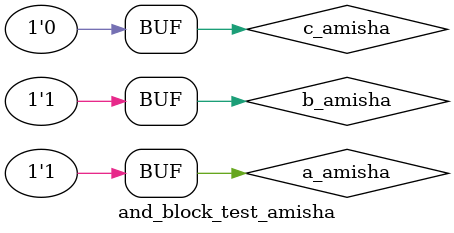
<source format=v>
`timescale 1ns / 1ps


module and_block_test_amisha;
	// Inputs
	reg a_amisha;
	reg b_amisha;
	reg c_amisha;
	// Outputs
	wire y_amisha;
	// Instantiate the Unit Under Test (UUT)
	and_block_assign_Amisha uut (
		.a_amisha(a_amisha), 
		.b_amisha(b_amisha), 
		.c_amisha(c_amisha), 
		.y_amisha(y_amisha)
	);
	initial begin
		a_amisha = 0;
		b_amisha = 0;
		c_amisha = 0;
		#100;
		a_amisha = 1;
		b_amisha = 0;
		c_amisha = 1;
		#100;
		a_amisha = 1;
		b_amisha = 1;
		c_amisha = 1;
		#100;
		a_amisha = 0;
		b_amisha = 0;
		c_amisha = 1;
		#100;
		a_amisha = 0;
		b_amisha = 1;
		c_amisha = 1;
		#100;
		a_amisha = 0;
		b_amisha = 1;
		c_amisha = 0;
		#100;
		a_amisha = 1;
		b_amisha = 0;
		c_amisha = 0;
		#100;
		a_amisha = 1;
		b_amisha = 1;
		c_amisha = 0;
		#100;
	end      
endmodule


</source>
